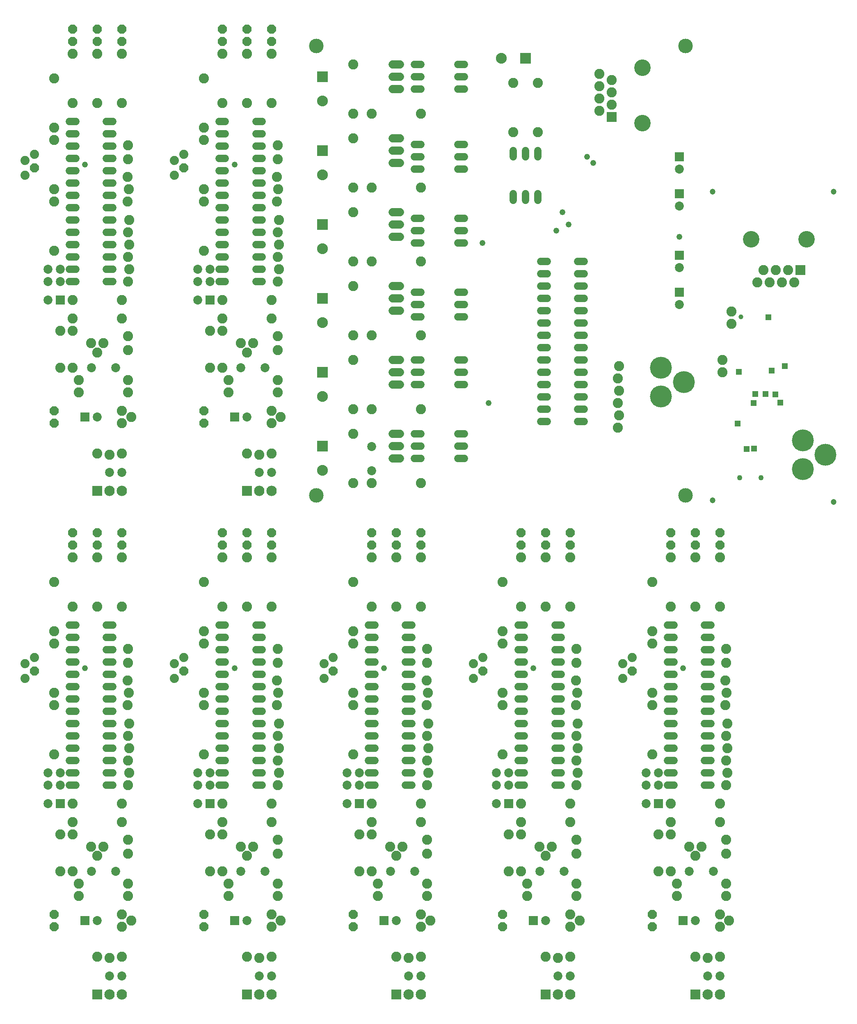
<source format=gbs>
G75*
G70*
%OFA0B0*%
%FSLAX25Y25*%
%IPPOS*%
%LPD*%
%AMOC8*
5,1,8,0,0,1.08239X$1,22.5*
%
%ADD110C,0.04340*%
%ADD158C,0.06000*%
%ADD166C,0.08200*%
%ADD173C,0.07400*%
%ADD184OC8,0.07400*%
%ADD186C,0.04800*%
%ADD212R,0.08800X0.08800*%
%ADD223R,0.07300X0.07300*%
%ADD263C,0.04740*%
%ADD28R,0.04760X0.04760*%
%ADD284C,0.06800*%
%ADD286R,0.08200X0.08200*%
%ADD329C,0.11820*%
%ADD366C,0.13400*%
%ADD44C,0.08400*%
%ADD463C,0.17800*%
%ADD553C,0.07300*%
%ADD600R,0.08400X0.08400*%
%ADD688C,0.03900*%
%ADD74C,0.08800*%
X0020000Y0020000D02*
G75*
%LPD*%
D158*
X0107560Y0203750D02*
X0102360Y0203750D01*
X0102360Y0213750D02*
X0107560Y0213750D01*
X0107560Y0223750D02*
X0102360Y0223750D01*
X0102360Y0233750D02*
X0107560Y0233750D01*
X0107560Y0243750D02*
X0102360Y0243750D01*
X0102360Y0253750D02*
X0107560Y0253750D01*
X0107560Y0263750D02*
X0102360Y0263750D01*
X0102360Y0273750D02*
X0107560Y0273750D01*
X0107560Y0283750D02*
X0102360Y0283750D01*
X0102360Y0293750D02*
X0107560Y0293750D01*
X0107560Y0303750D02*
X0102360Y0303750D01*
X0102360Y0313750D02*
X0107560Y0313750D01*
X0107560Y0323750D02*
X0102360Y0323750D01*
X0102360Y0333750D02*
X0107560Y0333750D01*
X0077560Y0333750D02*
X0072360Y0333750D01*
X0072360Y0323750D02*
X0077560Y0323750D01*
X0077560Y0313750D02*
X0072360Y0313750D01*
X0072360Y0303750D02*
X0077560Y0303750D01*
X0077560Y0293750D02*
X0072360Y0293750D01*
X0072360Y0283750D02*
X0077560Y0283750D01*
X0077560Y0273750D02*
X0072360Y0273750D01*
X0072360Y0263750D02*
X0077560Y0263750D01*
X0077560Y0253750D02*
X0072360Y0253750D01*
X0072360Y0243750D02*
X0077560Y0243750D01*
X0077560Y0233750D02*
X0072360Y0233750D01*
X0072360Y0223750D02*
X0077560Y0223750D01*
X0077560Y0213750D02*
X0072360Y0213750D01*
X0072360Y0203750D02*
X0077560Y0203750D01*
D166*
X0074960Y0188750D03*
X0074960Y0173750D03*
X0074960Y0163750D03*
X0064960Y0163750D03*
X0064960Y0133750D03*
X0074960Y0133750D03*
X0079960Y0123750D03*
X0079960Y0113750D03*
X0089960Y0153750D03*
X0094960Y0146250D03*
X0099960Y0153750D03*
X0114960Y0173750D03*
X0114960Y0188750D03*
X0119960Y0203750D03*
X0120960Y0213750D03*
X0119960Y0223750D03*
X0120960Y0233750D03*
X0119960Y0243750D03*
X0120960Y0253750D03*
X0119460Y0268750D03*
X0120460Y0278750D03*
X0119460Y0288750D03*
X0119960Y0303050D03*
X0119960Y0314450D03*
X0114960Y0348750D03*
X0114960Y0388750D03*
X0094960Y0388750D03*
X0094960Y0348750D03*
X0074960Y0348750D03*
X0074960Y0388750D03*
X0059960Y0368750D03*
X0059960Y0328750D03*
X0059960Y0318750D03*
X0059960Y0278750D03*
X0059960Y0268750D03*
X0059960Y0228750D03*
X0094960Y0064250D03*
X0104960Y0063250D03*
X0114960Y0064250D03*
X0114960Y0088750D03*
X0114960Y0098750D03*
X0119960Y0113750D03*
X0119960Y0123750D03*
X0119960Y0148050D03*
X0119960Y0159450D03*
X0122460Y0093750D03*
D553*
X0109810Y0133750D03*
X0094960Y0093750D03*
X0090120Y0133750D03*
X0104960Y0048750D03*
X0114960Y0048750D03*
X0064960Y0203750D03*
X0064960Y0213750D03*
X0054960Y0213750D03*
X0054960Y0203750D03*
X0054960Y0188750D03*
D223*
X0064960Y0188750D03*
X0084960Y0093750D03*
D600*
X0094960Y0033750D03*
D44*
X0114960Y0033750D03*
X0104960Y0033750D03*
D184*
X0059960Y0088750D03*
X0059960Y0098750D03*
X0043780Y0296250D03*
X0074960Y0398750D03*
X0074960Y0408750D03*
X0094960Y0408750D03*
X0094960Y0398750D03*
X0114960Y0398750D03*
X0114960Y0408750D03*
D173*
X0043780Y0307250D03*
X0036150Y0302250D03*
X0036150Y0290250D03*
D186*
X0084960Y0298750D03*
X0141460Y0020000D02*
G75*
%LPD*%
D158*
X0229020Y0203750D02*
X0223820Y0203750D01*
X0223820Y0213750D02*
X0229020Y0213750D01*
X0229020Y0223750D02*
X0223820Y0223750D01*
X0223820Y0233750D02*
X0229020Y0233750D01*
X0229020Y0243750D02*
X0223820Y0243750D01*
X0223820Y0253750D02*
X0229020Y0253750D01*
X0229020Y0263750D02*
X0223820Y0263750D01*
X0223820Y0273750D02*
X0229020Y0273750D01*
X0229020Y0283750D02*
X0223820Y0283750D01*
X0223820Y0293750D02*
X0229020Y0293750D01*
X0229020Y0303750D02*
X0223820Y0303750D01*
X0223820Y0313750D02*
X0229020Y0313750D01*
X0229020Y0323750D02*
X0223820Y0323750D01*
X0223820Y0333750D02*
X0229020Y0333750D01*
X0199020Y0333750D02*
X0193820Y0333750D01*
X0193820Y0323750D02*
X0199020Y0323750D01*
X0199020Y0313750D02*
X0193820Y0313750D01*
X0193820Y0303750D02*
X0199020Y0303750D01*
X0199020Y0293750D02*
X0193820Y0293750D01*
X0193820Y0283750D02*
X0199020Y0283750D01*
X0199020Y0273750D02*
X0193820Y0273750D01*
X0193820Y0263750D02*
X0199020Y0263750D01*
X0199020Y0253750D02*
X0193820Y0253750D01*
X0193820Y0243750D02*
X0199020Y0243750D01*
X0199020Y0233750D02*
X0193820Y0233750D01*
X0193820Y0223750D02*
X0199020Y0223750D01*
X0199020Y0213750D02*
X0193820Y0213750D01*
X0193820Y0203750D02*
X0199020Y0203750D01*
D166*
X0196420Y0188750D03*
X0196420Y0173750D03*
X0196420Y0163750D03*
X0186420Y0163750D03*
X0186420Y0133750D03*
X0196420Y0133750D03*
X0201420Y0123750D03*
X0201420Y0113750D03*
X0211420Y0153750D03*
X0216420Y0146250D03*
X0221420Y0153750D03*
X0236420Y0173750D03*
X0236420Y0188750D03*
X0241420Y0203750D03*
X0242420Y0213750D03*
X0241420Y0223750D03*
X0242420Y0233750D03*
X0241420Y0243750D03*
X0242420Y0253750D03*
X0240920Y0268750D03*
X0241920Y0278750D03*
X0240920Y0288750D03*
X0241420Y0303050D03*
X0241420Y0314450D03*
X0236420Y0348750D03*
X0236420Y0388750D03*
X0216420Y0388750D03*
X0216420Y0348750D03*
X0196420Y0348750D03*
X0196420Y0388750D03*
X0181420Y0368750D03*
X0181420Y0328750D03*
X0181420Y0318750D03*
X0181420Y0278750D03*
X0181420Y0268750D03*
X0181420Y0228750D03*
X0216420Y0064250D03*
X0226420Y0063250D03*
X0236420Y0064250D03*
X0236420Y0088750D03*
X0236420Y0098750D03*
X0241420Y0113750D03*
X0241420Y0123750D03*
X0241420Y0148050D03*
X0241420Y0159450D03*
X0243920Y0093750D03*
D553*
X0231270Y0133750D03*
X0216420Y0093750D03*
X0211580Y0133750D03*
X0226420Y0048750D03*
X0236420Y0048750D03*
X0186420Y0203750D03*
X0186420Y0213750D03*
X0176420Y0213750D03*
X0176420Y0203750D03*
X0176420Y0188750D03*
D223*
X0186420Y0188750D03*
X0206420Y0093750D03*
D600*
X0216420Y0033750D03*
D44*
X0236420Y0033750D03*
X0226420Y0033750D03*
D184*
X0181420Y0088750D03*
X0181420Y0098750D03*
X0165240Y0296250D03*
X0196420Y0398750D03*
X0196420Y0408750D03*
X0216420Y0408750D03*
X0216420Y0398750D03*
X0236420Y0398750D03*
X0236420Y0408750D03*
D173*
X0165240Y0307250D03*
X0157610Y0302250D03*
X0157610Y0290250D03*
D186*
X0206420Y0298750D03*
X0262920Y0020000D02*
G75*
%LPD*%
D158*
X0350480Y0203750D02*
X0345280Y0203750D01*
X0345280Y0213750D02*
X0350480Y0213750D01*
X0350480Y0223750D02*
X0345280Y0223750D01*
X0345280Y0233750D02*
X0350480Y0233750D01*
X0350480Y0243750D02*
X0345280Y0243750D01*
X0345280Y0253750D02*
X0350480Y0253750D01*
X0350480Y0263750D02*
X0345280Y0263750D01*
X0345280Y0273750D02*
X0350480Y0273750D01*
X0350480Y0283750D02*
X0345280Y0283750D01*
X0345280Y0293750D02*
X0350480Y0293750D01*
X0350480Y0303750D02*
X0345280Y0303750D01*
X0345280Y0313750D02*
X0350480Y0313750D01*
X0350480Y0323750D02*
X0345280Y0323750D01*
X0345280Y0333750D02*
X0350480Y0333750D01*
X0320480Y0333750D02*
X0315280Y0333750D01*
X0315280Y0323750D02*
X0320480Y0323750D01*
X0320480Y0313750D02*
X0315280Y0313750D01*
X0315280Y0303750D02*
X0320480Y0303750D01*
X0320480Y0293750D02*
X0315280Y0293750D01*
X0315280Y0283750D02*
X0320480Y0283750D01*
X0320480Y0273750D02*
X0315280Y0273750D01*
X0315280Y0263750D02*
X0320480Y0263750D01*
X0320480Y0253750D02*
X0315280Y0253750D01*
X0315280Y0243750D02*
X0320480Y0243750D01*
X0320480Y0233750D02*
X0315280Y0233750D01*
X0315280Y0223750D02*
X0320480Y0223750D01*
X0320480Y0213750D02*
X0315280Y0213750D01*
X0315280Y0203750D02*
X0320480Y0203750D01*
D166*
X0317880Y0188750D03*
X0317880Y0173750D03*
X0317880Y0163750D03*
X0307880Y0163750D03*
X0307880Y0133750D03*
X0317880Y0133750D03*
X0322880Y0123750D03*
X0322880Y0113750D03*
X0332880Y0153750D03*
X0337880Y0146250D03*
X0342880Y0153750D03*
X0357880Y0173750D03*
X0357880Y0188750D03*
X0362880Y0203750D03*
X0363880Y0213750D03*
X0362880Y0223750D03*
X0363880Y0233750D03*
X0362880Y0243750D03*
X0363880Y0253750D03*
X0362380Y0268750D03*
X0363380Y0278750D03*
X0362380Y0288750D03*
X0362880Y0303050D03*
X0362880Y0314450D03*
X0357880Y0348750D03*
X0357880Y0388750D03*
X0337880Y0388750D03*
X0337880Y0348750D03*
X0317880Y0348750D03*
X0317880Y0388750D03*
X0302880Y0368750D03*
X0302880Y0328750D03*
X0302880Y0318750D03*
X0302880Y0278750D03*
X0302880Y0268750D03*
X0302880Y0228750D03*
X0337880Y0064250D03*
X0347880Y0063250D03*
X0357880Y0064250D03*
X0357880Y0088750D03*
X0357880Y0098750D03*
X0362880Y0113750D03*
X0362880Y0123750D03*
X0362880Y0148050D03*
X0362880Y0159450D03*
X0365380Y0093750D03*
D553*
X0352730Y0133750D03*
X0337880Y0093750D03*
X0333040Y0133750D03*
X0347880Y0048750D03*
X0357880Y0048750D03*
X0307880Y0203750D03*
X0307880Y0213750D03*
X0297880Y0213750D03*
X0297880Y0203750D03*
X0297880Y0188750D03*
D223*
X0307880Y0188750D03*
X0327880Y0093750D03*
D600*
X0337880Y0033750D03*
D44*
X0357880Y0033750D03*
X0347880Y0033750D03*
D184*
X0302880Y0088750D03*
X0302880Y0098750D03*
X0286700Y0296250D03*
X0317880Y0398750D03*
X0317880Y0408750D03*
X0337880Y0408750D03*
X0337880Y0398750D03*
X0357880Y0398750D03*
X0357880Y0408750D03*
D173*
X0286700Y0307250D03*
X0279070Y0302250D03*
X0279070Y0290250D03*
D186*
X0327880Y0298750D03*
X0384380Y0020000D02*
G75*
%LPD*%
D158*
X0471940Y0203750D02*
X0466740Y0203750D01*
X0466740Y0213750D02*
X0471940Y0213750D01*
X0471940Y0223750D02*
X0466740Y0223750D01*
X0466740Y0233750D02*
X0471940Y0233750D01*
X0471940Y0243750D02*
X0466740Y0243750D01*
X0466740Y0253750D02*
X0471940Y0253750D01*
X0471940Y0263750D02*
X0466740Y0263750D01*
X0466740Y0273750D02*
X0471940Y0273750D01*
X0471940Y0283750D02*
X0466740Y0283750D01*
X0466740Y0293750D02*
X0471940Y0293750D01*
X0471940Y0303750D02*
X0466740Y0303750D01*
X0466740Y0313750D02*
X0471940Y0313750D01*
X0471940Y0323750D02*
X0466740Y0323750D01*
X0466740Y0333750D02*
X0471940Y0333750D01*
X0441940Y0333750D02*
X0436740Y0333750D01*
X0436740Y0323750D02*
X0441940Y0323750D01*
X0441940Y0313750D02*
X0436740Y0313750D01*
X0436740Y0303750D02*
X0441940Y0303750D01*
X0441940Y0293750D02*
X0436740Y0293750D01*
X0436740Y0283750D02*
X0441940Y0283750D01*
X0441940Y0273750D02*
X0436740Y0273750D01*
X0436740Y0263750D02*
X0441940Y0263750D01*
X0441940Y0253750D02*
X0436740Y0253750D01*
X0436740Y0243750D02*
X0441940Y0243750D01*
X0441940Y0233750D02*
X0436740Y0233750D01*
X0436740Y0223750D02*
X0441940Y0223750D01*
X0441940Y0213750D02*
X0436740Y0213750D01*
X0436740Y0203750D02*
X0441940Y0203750D01*
D166*
X0439340Y0188750D03*
X0439340Y0173750D03*
X0439340Y0163750D03*
X0429340Y0163750D03*
X0429340Y0133750D03*
X0439340Y0133750D03*
X0444340Y0123750D03*
X0444340Y0113750D03*
X0454340Y0153750D03*
X0459340Y0146250D03*
X0464340Y0153750D03*
X0479340Y0173750D03*
X0479340Y0188750D03*
X0484340Y0203750D03*
X0485340Y0213750D03*
X0484340Y0223750D03*
X0485340Y0233750D03*
X0484340Y0243750D03*
X0485340Y0253750D03*
X0483840Y0268750D03*
X0484840Y0278750D03*
X0483840Y0288750D03*
X0484340Y0303050D03*
X0484340Y0314450D03*
X0479340Y0348750D03*
X0479340Y0388750D03*
X0459340Y0388750D03*
X0459340Y0348750D03*
X0439340Y0348750D03*
X0439340Y0388750D03*
X0424340Y0368750D03*
X0424340Y0328750D03*
X0424340Y0318750D03*
X0424340Y0278750D03*
X0424340Y0268750D03*
X0424340Y0228750D03*
X0459340Y0064250D03*
X0469340Y0063250D03*
X0479340Y0064250D03*
X0479340Y0088750D03*
X0479340Y0098750D03*
X0484340Y0113750D03*
X0484340Y0123750D03*
X0484340Y0148050D03*
X0484340Y0159450D03*
X0486840Y0093750D03*
D553*
X0474190Y0133750D03*
X0459340Y0093750D03*
X0454500Y0133750D03*
X0469340Y0048750D03*
X0479340Y0048750D03*
X0429340Y0203750D03*
X0429340Y0213750D03*
X0419340Y0213750D03*
X0419340Y0203750D03*
X0419340Y0188750D03*
D223*
X0429340Y0188750D03*
X0449340Y0093750D03*
D600*
X0459340Y0033750D03*
D44*
X0479340Y0033750D03*
X0469340Y0033750D03*
D184*
X0424340Y0088750D03*
X0424340Y0098750D03*
X0408160Y0296250D03*
X0439340Y0398750D03*
X0439340Y0408750D03*
X0459340Y0408750D03*
X0459340Y0398750D03*
X0479340Y0398750D03*
X0479340Y0408750D03*
D173*
X0408160Y0307250D03*
X0400530Y0302250D03*
X0400530Y0290250D03*
D186*
X0449340Y0298750D03*
X0505840Y0020000D02*
G75*
%LPD*%
D158*
X0593400Y0203750D02*
X0588200Y0203750D01*
X0588200Y0213750D02*
X0593400Y0213750D01*
X0593400Y0223750D02*
X0588200Y0223750D01*
X0588200Y0233750D02*
X0593400Y0233750D01*
X0593400Y0243750D02*
X0588200Y0243750D01*
X0588200Y0253750D02*
X0593400Y0253750D01*
X0593400Y0263750D02*
X0588200Y0263750D01*
X0588200Y0273750D02*
X0593400Y0273750D01*
X0593400Y0283750D02*
X0588200Y0283750D01*
X0588200Y0293750D02*
X0593400Y0293750D01*
X0593400Y0303750D02*
X0588200Y0303750D01*
X0588200Y0313750D02*
X0593400Y0313750D01*
X0593400Y0323750D02*
X0588200Y0323750D01*
X0588200Y0333750D02*
X0593400Y0333750D01*
X0563400Y0333750D02*
X0558200Y0333750D01*
X0558200Y0323750D02*
X0563400Y0323750D01*
X0563400Y0313750D02*
X0558200Y0313750D01*
X0558200Y0303750D02*
X0563400Y0303750D01*
X0563400Y0293750D02*
X0558200Y0293750D01*
X0558200Y0283750D02*
X0563400Y0283750D01*
X0563400Y0273750D02*
X0558200Y0273750D01*
X0558200Y0263750D02*
X0563400Y0263750D01*
X0563400Y0253750D02*
X0558200Y0253750D01*
X0558200Y0243750D02*
X0563400Y0243750D01*
X0563400Y0233750D02*
X0558200Y0233750D01*
X0558200Y0223750D02*
X0563400Y0223750D01*
X0563400Y0213750D02*
X0558200Y0213750D01*
X0558200Y0203750D02*
X0563400Y0203750D01*
D166*
X0560800Y0188750D03*
X0560800Y0173750D03*
X0560800Y0163750D03*
X0550800Y0163750D03*
X0550800Y0133750D03*
X0560800Y0133750D03*
X0565800Y0123750D03*
X0565800Y0113750D03*
X0575800Y0153750D03*
X0580800Y0146250D03*
X0585800Y0153750D03*
X0600800Y0173750D03*
X0600800Y0188750D03*
X0605800Y0203750D03*
X0606800Y0213750D03*
X0605800Y0223750D03*
X0606800Y0233750D03*
X0605800Y0243750D03*
X0606800Y0253750D03*
X0605300Y0268750D03*
X0606300Y0278750D03*
X0605300Y0288750D03*
X0605800Y0303050D03*
X0605800Y0314450D03*
X0600800Y0348750D03*
X0600800Y0388750D03*
X0580800Y0388750D03*
X0580800Y0348750D03*
X0560800Y0348750D03*
X0560800Y0388750D03*
X0545800Y0368750D03*
X0545800Y0328750D03*
X0545800Y0318750D03*
X0545800Y0278750D03*
X0545800Y0268750D03*
X0545800Y0228750D03*
X0580800Y0064250D03*
X0590800Y0063250D03*
X0600800Y0064250D03*
X0600800Y0088750D03*
X0600800Y0098750D03*
X0605800Y0113750D03*
X0605800Y0123750D03*
X0605800Y0148050D03*
X0605800Y0159450D03*
X0608300Y0093750D03*
D553*
X0595650Y0133750D03*
X0580800Y0093750D03*
X0575960Y0133750D03*
X0590800Y0048750D03*
X0600800Y0048750D03*
X0550800Y0203750D03*
X0550800Y0213750D03*
X0540800Y0213750D03*
X0540800Y0203750D03*
X0540800Y0188750D03*
D223*
X0550800Y0188750D03*
X0570800Y0093750D03*
D600*
X0580800Y0033750D03*
D44*
X0600800Y0033750D03*
X0590800Y0033750D03*
D184*
X0545800Y0088750D03*
X0545800Y0098750D03*
X0529620Y0296250D03*
X0560800Y0398750D03*
X0560800Y0408750D03*
X0580800Y0408750D03*
X0580800Y0398750D03*
X0600800Y0398750D03*
X0600800Y0408750D03*
D173*
X0529620Y0307250D03*
X0521990Y0302250D03*
X0521990Y0290250D03*
D186*
X0570800Y0298750D03*
X0020000Y0428950D02*
G75*
%LPD*%
D158*
X0107560Y0612700D02*
X0102360Y0612700D01*
X0102360Y0622700D02*
X0107560Y0622700D01*
X0107560Y0632700D02*
X0102360Y0632700D01*
X0102360Y0642700D02*
X0107560Y0642700D01*
X0107560Y0652700D02*
X0102360Y0652700D01*
X0102360Y0662700D02*
X0107560Y0662700D01*
X0107560Y0672700D02*
X0102360Y0672700D01*
X0102360Y0682700D02*
X0107560Y0682700D01*
X0107560Y0692700D02*
X0102360Y0692700D01*
X0102360Y0702700D02*
X0107560Y0702700D01*
X0107560Y0712700D02*
X0102360Y0712700D01*
X0102360Y0722700D02*
X0107560Y0722700D01*
X0107560Y0732700D02*
X0102360Y0732700D01*
X0102360Y0742700D02*
X0107560Y0742700D01*
X0077560Y0742700D02*
X0072360Y0742700D01*
X0072360Y0732700D02*
X0077560Y0732700D01*
X0077560Y0722700D02*
X0072360Y0722700D01*
X0072360Y0712700D02*
X0077560Y0712700D01*
X0077560Y0702700D02*
X0072360Y0702700D01*
X0072360Y0692700D02*
X0077560Y0692700D01*
X0077560Y0682700D02*
X0072360Y0682700D01*
X0072360Y0672700D02*
X0077560Y0672700D01*
X0077560Y0662700D02*
X0072360Y0662700D01*
X0072360Y0652700D02*
X0077560Y0652700D01*
X0077560Y0642700D02*
X0072360Y0642700D01*
X0072360Y0632700D02*
X0077560Y0632700D01*
X0077560Y0622700D02*
X0072360Y0622700D01*
X0072360Y0612700D02*
X0077560Y0612700D01*
D166*
X0074960Y0597700D03*
X0074960Y0582700D03*
X0074960Y0572700D03*
X0064960Y0572700D03*
X0064960Y0542700D03*
X0074960Y0542700D03*
X0079960Y0532700D03*
X0079960Y0522700D03*
X0089960Y0562700D03*
X0094960Y0555200D03*
X0099960Y0562700D03*
X0114960Y0582700D03*
X0114960Y0597700D03*
X0119960Y0612700D03*
X0120960Y0622700D03*
X0119960Y0632700D03*
X0120960Y0642700D03*
X0119960Y0652700D03*
X0120960Y0662700D03*
X0119460Y0677700D03*
X0120460Y0687700D03*
X0119460Y0697700D03*
X0119960Y0712000D03*
X0119960Y0723400D03*
X0114960Y0757700D03*
X0114960Y0797700D03*
X0094960Y0797700D03*
X0094960Y0757700D03*
X0074960Y0757700D03*
X0074960Y0797700D03*
X0059960Y0777700D03*
X0059960Y0737700D03*
X0059960Y0727700D03*
X0059960Y0687700D03*
X0059960Y0677700D03*
X0059960Y0637700D03*
X0094960Y0473200D03*
X0104960Y0472200D03*
X0114960Y0473200D03*
X0114960Y0497700D03*
X0114960Y0507700D03*
X0119960Y0522700D03*
X0119960Y0532700D03*
X0119960Y0557000D03*
X0119960Y0568400D03*
X0122460Y0502700D03*
D553*
X0109810Y0542700D03*
X0094960Y0502700D03*
X0090120Y0542700D03*
X0104960Y0457700D03*
X0114960Y0457700D03*
X0064960Y0612700D03*
X0064960Y0622700D03*
X0054960Y0622700D03*
X0054960Y0612700D03*
X0054960Y0597700D03*
D223*
X0064960Y0597700D03*
X0084960Y0502700D03*
D600*
X0094960Y0442700D03*
D44*
X0114960Y0442700D03*
X0104960Y0442700D03*
D184*
X0059960Y0497700D03*
X0059960Y0507700D03*
X0043780Y0705200D03*
X0074960Y0807700D03*
X0074960Y0817700D03*
X0094960Y0817700D03*
X0094960Y0807700D03*
X0114960Y0807700D03*
X0114960Y0817700D03*
D173*
X0043780Y0716200D03*
X0036150Y0711200D03*
X0036150Y0699200D03*
D186*
X0084960Y0707700D03*
X0141460Y0428950D02*
G75*
%LPD*%
D158*
X0229020Y0612700D02*
X0223820Y0612700D01*
X0223820Y0622700D02*
X0229020Y0622700D01*
X0229020Y0632700D02*
X0223820Y0632700D01*
X0223820Y0642700D02*
X0229020Y0642700D01*
X0229020Y0652700D02*
X0223820Y0652700D01*
X0223820Y0662700D02*
X0229020Y0662700D01*
X0229020Y0672700D02*
X0223820Y0672700D01*
X0223820Y0682700D02*
X0229020Y0682700D01*
X0229020Y0692700D02*
X0223820Y0692700D01*
X0223820Y0702700D02*
X0229020Y0702700D01*
X0229020Y0712700D02*
X0223820Y0712700D01*
X0223820Y0722700D02*
X0229020Y0722700D01*
X0229020Y0732700D02*
X0223820Y0732700D01*
X0223820Y0742700D02*
X0229020Y0742700D01*
X0199020Y0742700D02*
X0193820Y0742700D01*
X0193820Y0732700D02*
X0199020Y0732700D01*
X0199020Y0722700D02*
X0193820Y0722700D01*
X0193820Y0712700D02*
X0199020Y0712700D01*
X0199020Y0702700D02*
X0193820Y0702700D01*
X0193820Y0692700D02*
X0199020Y0692700D01*
X0199020Y0682700D02*
X0193820Y0682700D01*
X0193820Y0672700D02*
X0199020Y0672700D01*
X0199020Y0662700D02*
X0193820Y0662700D01*
X0193820Y0652700D02*
X0199020Y0652700D01*
X0199020Y0642700D02*
X0193820Y0642700D01*
X0193820Y0632700D02*
X0199020Y0632700D01*
X0199020Y0622700D02*
X0193820Y0622700D01*
X0193820Y0612700D02*
X0199020Y0612700D01*
D166*
X0196420Y0597700D03*
X0196420Y0582700D03*
X0196420Y0572700D03*
X0186420Y0572700D03*
X0186420Y0542700D03*
X0196420Y0542700D03*
X0201420Y0532700D03*
X0201420Y0522700D03*
X0211420Y0562700D03*
X0216420Y0555200D03*
X0221420Y0562700D03*
X0236420Y0582700D03*
X0236420Y0597700D03*
X0241420Y0612700D03*
X0242420Y0622700D03*
X0241420Y0632700D03*
X0242420Y0642700D03*
X0241420Y0652700D03*
X0242420Y0662700D03*
X0240920Y0677700D03*
X0241920Y0687700D03*
X0240920Y0697700D03*
X0241420Y0712000D03*
X0241420Y0723400D03*
X0236420Y0757700D03*
X0236420Y0797700D03*
X0216420Y0797700D03*
X0216420Y0757700D03*
X0196420Y0757700D03*
X0196420Y0797700D03*
X0181420Y0777700D03*
X0181420Y0737700D03*
X0181420Y0727700D03*
X0181420Y0687700D03*
X0181420Y0677700D03*
X0181420Y0637700D03*
X0216420Y0473200D03*
X0226420Y0472200D03*
X0236420Y0473200D03*
X0236420Y0497700D03*
X0236420Y0507700D03*
X0241420Y0522700D03*
X0241420Y0532700D03*
X0241420Y0557000D03*
X0241420Y0568400D03*
X0243920Y0502700D03*
D553*
X0231270Y0542700D03*
X0216420Y0502700D03*
X0211580Y0542700D03*
X0226420Y0457700D03*
X0236420Y0457700D03*
X0186420Y0612700D03*
X0186420Y0622700D03*
X0176420Y0622700D03*
X0176420Y0612700D03*
X0176420Y0597700D03*
D223*
X0186420Y0597700D03*
X0206420Y0502700D03*
D600*
X0216420Y0442700D03*
D44*
X0236420Y0442700D03*
X0226420Y0442700D03*
D184*
X0181420Y0497700D03*
X0181420Y0507700D03*
X0165240Y0705200D03*
X0196420Y0807700D03*
X0196420Y0817700D03*
X0216420Y0817700D03*
X0216420Y0807700D03*
X0236420Y0807700D03*
X0236420Y0817700D03*
D173*
X0165240Y0716200D03*
X0157610Y0711200D03*
X0157610Y0699200D03*
D186*
X0206420Y0707700D03*
X0262920Y0428950D02*
G75*
%LPD*%
D329*
X0572880Y0438950D03*
X0272880Y0438950D03*
X0272880Y0803950D03*
X0572880Y0803950D03*
D158*
X0452880Y0719150D02*
X0452880Y0713950D01*
X0442880Y0713950D02*
X0442880Y0719150D01*
X0432880Y0719150D02*
X0432880Y0713950D01*
X0432880Y0683950D02*
X0432880Y0678750D01*
X0442880Y0678750D02*
X0442880Y0683950D01*
X0452880Y0683950D02*
X0452880Y0678750D01*
X0455280Y0628950D02*
X0460480Y0628950D01*
X0460480Y0618950D02*
X0455280Y0618950D01*
X0455280Y0608950D02*
X0460480Y0608950D01*
X0460480Y0598950D02*
X0455280Y0598950D01*
X0455280Y0588950D02*
X0460480Y0588950D01*
X0460480Y0578950D02*
X0455280Y0578950D01*
X0455280Y0568950D02*
X0460480Y0568950D01*
X0460480Y0558950D02*
X0455280Y0558950D01*
X0455280Y0548950D02*
X0460480Y0548950D01*
X0460480Y0538950D02*
X0455280Y0538950D01*
X0455280Y0528950D02*
X0460480Y0528950D01*
X0460480Y0518950D02*
X0455280Y0518950D01*
X0455280Y0508950D02*
X0460480Y0508950D01*
X0460480Y0498950D02*
X0455280Y0498950D01*
X0485280Y0498950D02*
X0490480Y0498950D01*
X0490480Y0508950D02*
X0485280Y0508950D01*
X0485280Y0518950D02*
X0490480Y0518950D01*
X0490480Y0528950D02*
X0485280Y0528950D01*
X0485280Y0538950D02*
X0490480Y0538950D01*
X0490480Y0548950D02*
X0485280Y0548950D01*
X0485280Y0558950D02*
X0490480Y0558950D01*
X0490480Y0568950D02*
X0485280Y0568950D01*
X0485280Y0578950D02*
X0490480Y0578950D01*
X0490480Y0588950D02*
X0485280Y0588950D01*
X0485280Y0598950D02*
X0490480Y0598950D01*
X0490480Y0608950D02*
X0485280Y0608950D01*
X0485280Y0618950D02*
X0490480Y0618950D01*
X0490480Y0628950D02*
X0485280Y0628950D01*
X0393080Y0643950D02*
X0387880Y0643950D01*
X0387880Y0653950D02*
X0393080Y0653950D01*
X0393080Y0663950D02*
X0387880Y0663950D01*
X0357880Y0663950D02*
X0352680Y0663950D01*
X0352680Y0653950D02*
X0357880Y0653950D01*
X0357880Y0643950D02*
X0352680Y0643950D01*
X0352680Y0603950D02*
X0357880Y0603950D01*
X0357880Y0593950D02*
X0352680Y0593950D01*
X0352680Y0583950D02*
X0357880Y0583950D01*
X0387880Y0583950D02*
X0393080Y0583950D01*
X0393080Y0593950D02*
X0387880Y0593950D01*
X0387880Y0603950D02*
X0393080Y0603950D01*
X0393080Y0548950D02*
X0387880Y0548950D01*
X0387880Y0538950D02*
X0393080Y0538950D01*
X0393080Y0528950D02*
X0387880Y0528950D01*
X0357880Y0528950D02*
X0352680Y0528950D01*
X0352680Y0538950D02*
X0357880Y0538950D01*
X0357880Y0548950D02*
X0352680Y0548950D01*
X0352680Y0488950D02*
X0357880Y0488950D01*
X0357880Y0478950D02*
X0352680Y0478950D01*
X0352680Y0468950D02*
X0357880Y0468950D01*
X0387880Y0468950D02*
X0393080Y0468950D01*
X0393080Y0478950D02*
X0387880Y0478950D01*
X0387880Y0488950D02*
X0393080Y0488950D01*
X0393080Y0703950D02*
X0387880Y0703950D01*
X0387880Y0713950D02*
X0393080Y0713950D01*
X0393080Y0723950D02*
X0387880Y0723950D01*
X0357880Y0723950D02*
X0352680Y0723950D01*
X0352680Y0713950D02*
X0357880Y0713950D01*
X0357880Y0703950D02*
X0352680Y0703950D01*
X0352680Y0768950D02*
X0357880Y0768950D01*
X0357880Y0778950D02*
X0352680Y0778950D01*
X0352680Y0788950D02*
X0357880Y0788950D01*
X0387880Y0788950D02*
X0393080Y0788950D01*
X0393080Y0778950D02*
X0387880Y0778950D01*
X0387880Y0768950D02*
X0393080Y0768950D01*
D166*
X0357880Y0748950D03*
X0317880Y0748950D03*
X0302880Y0748950D03*
X0302880Y0728950D03*
X0302880Y0688950D03*
X0317880Y0688950D03*
X0302880Y0668950D03*
X0302880Y0628950D03*
X0317880Y0628950D03*
X0302880Y0608950D03*
X0302880Y0568950D03*
X0317880Y0568950D03*
X0302880Y0548950D03*
X0302880Y0508950D03*
X0317880Y0508950D03*
X0302880Y0488950D03*
X0302880Y0448950D03*
X0317880Y0448950D03*
X0357880Y0448950D03*
X0357880Y0508950D03*
X0357880Y0568950D03*
X0357880Y0628950D03*
X0357880Y0688950D03*
X0432880Y0733950D03*
X0452880Y0733950D03*
X0452880Y0773950D03*
X0432880Y0773950D03*
X0502880Y0771450D03*
X0502880Y0781450D03*
X0512880Y0776450D03*
X0512880Y0766450D03*
X0512880Y0756450D03*
X0502880Y0761450D03*
X0502880Y0751450D03*
X0518880Y0543950D03*
X0517880Y0533950D03*
X0518880Y0523950D03*
X0517880Y0513950D03*
X0518880Y0503950D03*
X0517880Y0493950D03*
X0302880Y0788950D03*
D284*
X0334880Y0788950D02*
X0340880Y0788950D01*
X0340880Y0778950D02*
X0334880Y0778950D01*
X0334880Y0768950D02*
X0340880Y0768950D01*
X0340880Y0728950D02*
X0334880Y0728950D01*
X0334880Y0718950D02*
X0340880Y0718950D01*
X0340880Y0708950D02*
X0334880Y0708950D01*
X0334880Y0668950D02*
X0340880Y0668950D01*
X0340880Y0658950D02*
X0334880Y0658950D01*
X0334880Y0648950D02*
X0340880Y0648950D01*
X0340880Y0608950D02*
X0334880Y0608950D01*
X0334880Y0598950D02*
X0340880Y0598950D01*
X0340880Y0588950D02*
X0334880Y0588950D01*
X0334880Y0548950D02*
X0340880Y0548950D01*
X0340880Y0538950D02*
X0334880Y0538950D01*
X0334880Y0528950D02*
X0340880Y0528950D01*
X0340880Y0488950D02*
X0334880Y0488950D01*
X0334880Y0478950D02*
X0340880Y0478950D01*
X0340880Y0468950D02*
X0334880Y0468950D01*
D553*
X0317880Y0478790D03*
X0317880Y0459100D03*
X0567880Y0593950D03*
X0567880Y0623950D03*
X0567880Y0673950D03*
X0567880Y0703950D03*
D366*
X0537880Y0741450D03*
X0537880Y0786450D03*
D286*
X0512880Y0746450D03*
D223*
X0567880Y0713950D03*
X0567880Y0683950D03*
X0567880Y0633950D03*
X0567880Y0603950D03*
D463*
X0552880Y0542880D03*
X0571380Y0531070D03*
X0552880Y0519260D03*
D212*
X0442880Y0793950D03*
X0277880Y0778950D03*
X0277880Y0718950D03*
X0277880Y0658950D03*
X0277880Y0598950D03*
X0277880Y0538950D03*
X0277880Y0478950D03*
D74*
X0277880Y0459260D03*
X0277880Y0519260D03*
X0277880Y0579260D03*
X0277880Y0639260D03*
X0277880Y0699260D03*
X0277880Y0759260D03*
X0423190Y0793950D03*
D186*
X0492880Y0713950D03*
X0497880Y0708950D03*
X0472880Y0668950D03*
X0477880Y0658950D03*
X0467880Y0653950D03*
X0407880Y0643950D03*
X0412880Y0513950D03*
X0567880Y0648950D03*
X0589380Y0428950D02*
G75*
%LPD*%
D263*
X0693140Y0433750D03*
X0594740Y0434950D03*
X0594740Y0685750D03*
X0693140Y0685750D03*
D110*
X0634200Y0453550D03*
X0616880Y0453550D03*
D166*
X0602740Y0538950D03*
X0602740Y0548950D03*
X0610140Y0578550D03*
X0610140Y0588550D03*
X0631040Y0611950D03*
X0636040Y0621950D03*
X0641040Y0611950D03*
X0646040Y0621950D03*
X0651040Y0611950D03*
X0656040Y0621950D03*
X0661040Y0611950D03*
D366*
X0671040Y0646950D03*
X0626040Y0646950D03*
D286*
X0666040Y0621950D03*
D463*
X0668140Y0483890D03*
X0668140Y0460270D03*
X0686650Y0472080D03*
D28*
X0653540Y0544150D03*
X0645740Y0521150D03*
X0649940Y0514550D03*
X0637940Y0521350D03*
X0642740Y0540550D03*
X0629540Y0521350D03*
X0628340Y0514150D03*
X0616340Y0539350D03*
X0615140Y0497350D03*
X0622540Y0476750D03*
X0628540Y0476950D03*
X0640340Y0583750D03*
D688*
X0617940Y0583950D03*
M02*

</source>
